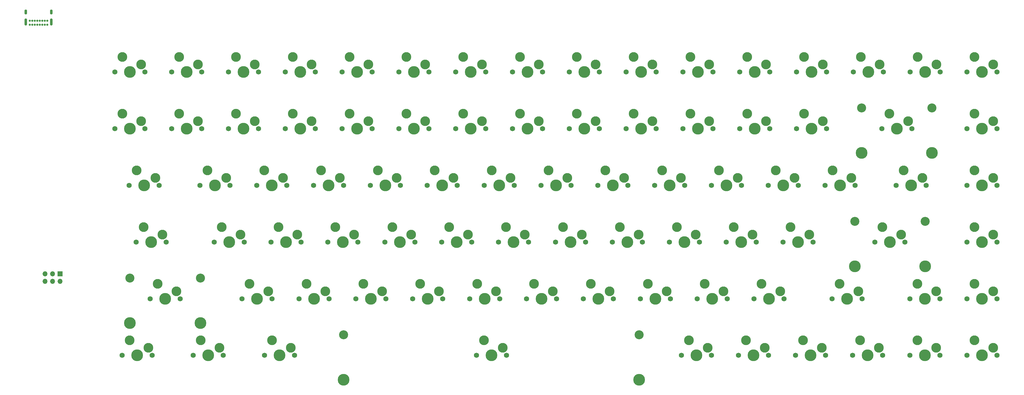
<source format=gbs>
G04 #@! TF.GenerationSoftware,KiCad,Pcbnew,7.0.5*
G04 #@! TF.CreationDate,2023-07-06T17:45:39-04:00*
G04 #@! TF.ProjectId,keyboard,6b657962-6f61-4726-942e-6b696361645f,rev?*
G04 #@! TF.SameCoordinates,Original*
G04 #@! TF.FileFunction,Soldermask,Bot*
G04 #@! TF.FilePolarity,Negative*
%FSLAX46Y46*%
G04 Gerber Fmt 4.6, Leading zero omitted, Abs format (unit mm)*
G04 Created by KiCad (PCBNEW 7.0.5) date 2023-07-06 17:45:39*
%MOMM*%
%LPD*%
G01*
G04 APERTURE LIST*
%ADD10C,1.750000*%
%ADD11C,3.987800*%
%ADD12C,3.300000*%
%ADD13C,3.048000*%
%ADD14C,0.700000*%
%ADD15O,0.900000X1.700000*%
%ADD16O,0.900000X2.400000*%
%ADD17R,1.700000X1.700000*%
%ADD18O,1.700000X1.700000*%
G04 APERTURE END LIST*
D10*
X186746230Y-257895000D03*
D11*
X191826230Y-257895000D03*
D10*
X196906230Y-257895000D03*
D12*
X195636230Y-255355000D03*
X189286230Y-252815000D03*
D10*
X162658036Y-257895000D03*
D11*
X167738036Y-257895000D03*
D10*
X172818036Y-257895000D03*
D12*
X171548036Y-255355000D03*
X165198036Y-252815000D03*
D10*
X210834424Y-257895000D03*
D11*
X215914424Y-257895000D03*
D10*
X220994424Y-257895000D03*
D12*
X219724424Y-255355000D03*
X213374424Y-252815000D03*
D10*
X165018036Y-200290000D03*
D11*
X170098036Y-200290000D03*
D10*
X175178036Y-200290000D03*
D12*
X173908036Y-197750000D03*
X167558036Y-195210000D03*
D10*
X402853036Y-238705000D03*
D11*
X407933036Y-238705000D03*
D10*
X413013036Y-238705000D03*
D12*
X411743036Y-236165000D03*
X405393036Y-233625000D03*
D10*
X424526068Y-200290000D03*
D11*
X429606068Y-200290000D03*
D10*
X434686068Y-200290000D03*
D12*
X433416068Y-197750000D03*
X427066068Y-195210000D03*
D10*
X167408036Y-219495000D03*
D11*
X172488036Y-219495000D03*
D10*
X177568036Y-219495000D03*
D12*
X176298036Y-216955000D03*
X169948036Y-214415000D03*
D11*
X237621368Y-266150000D03*
D13*
X337633868Y-250910000D03*
X237621368Y-250910000D03*
D11*
X337633868Y-266150000D03*
X189160536Y-246955000D03*
X165348036Y-246955000D03*
D13*
X165348036Y-231715000D03*
X189160536Y-231715000D03*
D11*
X434373036Y-227755000D03*
X410560536Y-227755000D03*
D13*
X410560536Y-212515000D03*
X434373036Y-212515000D03*
X436679286Y-174080000D03*
X412866786Y-174080000D03*
D11*
X436679286Y-189320000D03*
X412866786Y-189320000D03*
D10*
X203268036Y-238715000D03*
D11*
X208348036Y-238715000D03*
D10*
X213428036Y-238715000D03*
D12*
X212158036Y-236175000D03*
X205808036Y-233635000D03*
D10*
X285157320Y-200290000D03*
D11*
X290237320Y-200290000D03*
D10*
X295317320Y-200290000D03*
D12*
X294047320Y-197750000D03*
X287697320Y-195210000D03*
D10*
X222516161Y-238705000D03*
D11*
X227596161Y-238705000D03*
D10*
X232676161Y-238705000D03*
D12*
X231406161Y-236165000D03*
X225056161Y-233625000D03*
D10*
X208239464Y-200290000D03*
D11*
X213319464Y-200290000D03*
D10*
X218399464Y-200290000D03*
D12*
X217129464Y-197750000D03*
X210779464Y-195210000D03*
D10*
X261012411Y-238705000D03*
D11*
X266092411Y-238705000D03*
D10*
X271172411Y-238705000D03*
D12*
X269902411Y-236165000D03*
X263552411Y-233625000D03*
D10*
X429244911Y-238705000D03*
D11*
X434324911Y-238705000D03*
D10*
X439404911Y-238705000D03*
D12*
X438134911Y-236165000D03*
X431784911Y-233625000D03*
D10*
X304386784Y-200290000D03*
D11*
X309466784Y-200290000D03*
D10*
X314546784Y-200290000D03*
D12*
X313276784Y-197750000D03*
X306926784Y-195210000D03*
D10*
X160243036Y-181071250D03*
D11*
X165323036Y-181071250D03*
D10*
X170403036Y-181071250D03*
D12*
X169133036Y-178531250D03*
X162783036Y-175991250D03*
D10*
X265927856Y-200290000D03*
D11*
X271007856Y-200290000D03*
D10*
X276087856Y-200290000D03*
D12*
X274817856Y-197750000D03*
X268467856Y-195210000D03*
D10*
X282547618Y-257895000D03*
D11*
X287627618Y-257895000D03*
D10*
X292707618Y-257895000D03*
D12*
X291437618Y-255355000D03*
X285087618Y-252815000D03*
D10*
X429305536Y-161852500D03*
D11*
X434385536Y-161852500D03*
D10*
X439465536Y-161852500D03*
D12*
X438195536Y-159312500D03*
X431845536Y-156772500D03*
D10*
X213052922Y-219495000D03*
D11*
X218132922Y-219495000D03*
D10*
X223212922Y-219495000D03*
D12*
X221942922Y-216955000D03*
X215592922Y-214415000D03*
D10*
X400534104Y-200290000D03*
D11*
X405614104Y-200290000D03*
D10*
X410694104Y-200290000D03*
D12*
X409424104Y-197750000D03*
X403074104Y-195210000D03*
D10*
X390530950Y-257895000D03*
D11*
X395610950Y-257895000D03*
D10*
X400690950Y-257895000D03*
D12*
X399420950Y-255355000D03*
X393070950Y-252815000D03*
D10*
X351879562Y-257895000D03*
D11*
X356959562Y-257895000D03*
D10*
X362039562Y-257895000D03*
D12*
X360769562Y-255355000D03*
X354419562Y-252815000D03*
D10*
X246698392Y-200290000D03*
D11*
X251778392Y-200290000D03*
D10*
X256858392Y-200290000D03*
D12*
X255588392Y-197750000D03*
X249238392Y-195210000D03*
D10*
X386308036Y-219495000D03*
D11*
X391388036Y-219495000D03*
D10*
X396468036Y-219495000D03*
D12*
X395198036Y-216955000D03*
X388848036Y-214415000D03*
D10*
X376501161Y-238705000D03*
D11*
X381581161Y-238705000D03*
D10*
X386661161Y-238705000D03*
D12*
X385391161Y-236165000D03*
X379041161Y-233625000D03*
D10*
X189010000Y-200290000D03*
D11*
X194090000Y-200290000D03*
D10*
X199170000Y-200290000D03*
D12*
X197900000Y-197750000D03*
X191550000Y-195210000D03*
D10*
X410086786Y-161852500D03*
D11*
X415166786Y-161852500D03*
D10*
X420246786Y-161852500D03*
D12*
X418976786Y-159312500D03*
X412626786Y-156772500D03*
D10*
X390868036Y-181071250D03*
D11*
X395948036Y-181071250D03*
D10*
X401028036Y-181071250D03*
D12*
X399758036Y-178531250D03*
X393408036Y-175991250D03*
D10*
X448518036Y-200290000D03*
D11*
X453598036Y-200290000D03*
D10*
X458678036Y-200290000D03*
D12*
X457408036Y-197750000D03*
X451058036Y-195210000D03*
D10*
X448508036Y-219505000D03*
D11*
X453588036Y-219505000D03*
D10*
X458668036Y-219505000D03*
D12*
X457398036Y-216965000D03*
X451048036Y-214425000D03*
D10*
X362075176Y-200290000D03*
D11*
X367155176Y-200290000D03*
D10*
X372235176Y-200290000D03*
D12*
X370965176Y-197750000D03*
X364615176Y-195210000D03*
D10*
X342845712Y-200290000D03*
D11*
X347925712Y-200290000D03*
D10*
X353005712Y-200290000D03*
D12*
X351735712Y-197750000D03*
X345385712Y-195210000D03*
D10*
X299508661Y-238705000D03*
D11*
X304588661Y-238705000D03*
D10*
X309668661Y-238705000D03*
D12*
X308398661Y-236165000D03*
X302048661Y-233625000D03*
D10*
X371649286Y-181071250D03*
D11*
X376729286Y-181071250D03*
D10*
X381809286Y-181071250D03*
D12*
X380539286Y-178531250D03*
X374189286Y-175991250D03*
D10*
X318756786Y-238705000D03*
D11*
X323836786Y-238705000D03*
D10*
X328916786Y-238705000D03*
D12*
X327646786Y-236165000D03*
X321296786Y-233625000D03*
D10*
X338004911Y-238705000D03*
D11*
X343084911Y-238705000D03*
D10*
X348164911Y-238705000D03*
D12*
X346894911Y-236165000D03*
X340544911Y-233625000D03*
D10*
X172174286Y-238700000D03*
D11*
X177254286Y-238700000D03*
D10*
X182334286Y-238700000D03*
D12*
X181064286Y-236160000D03*
X174714286Y-233620000D03*
D10*
X409856644Y-257895000D03*
D11*
X414936644Y-257895000D03*
D10*
X420016644Y-257895000D03*
D12*
X418746644Y-255355000D03*
X412396644Y-252815000D03*
D10*
X381304640Y-200290000D03*
D11*
X386384640Y-200290000D03*
D10*
X391464640Y-200290000D03*
D12*
X390194640Y-197750000D03*
X383844640Y-195210000D03*
D10*
X328556330Y-219495000D03*
D11*
X333636330Y-219495000D03*
D10*
X338716330Y-219495000D03*
D12*
X337446330Y-216955000D03*
X331096330Y-214415000D03*
D10*
X309305762Y-219495000D03*
D11*
X314385762Y-219495000D03*
D10*
X319465762Y-219495000D03*
D12*
X318195762Y-216955000D03*
X311845762Y-214415000D03*
D10*
X323616248Y-200290000D03*
D11*
X328696248Y-200290000D03*
D10*
X333776248Y-200290000D03*
D12*
X332506248Y-197750000D03*
X326156248Y-195210000D03*
D10*
X448508036Y-181070000D03*
D11*
X453588036Y-181070000D03*
D10*
X458668036Y-181070000D03*
D12*
X457398036Y-178530000D03*
X451048036Y-175990000D03*
D10*
X290055194Y-219495000D03*
D11*
X295135194Y-219495000D03*
D10*
X300215194Y-219495000D03*
D12*
X298945194Y-216955000D03*
X292595194Y-214415000D03*
D10*
X357253036Y-238705000D03*
D11*
X362333036Y-238705000D03*
D10*
X367413036Y-238705000D03*
D12*
X366143036Y-236165000D03*
X359793036Y-233625000D03*
D10*
X270804626Y-219495000D03*
D11*
X275884626Y-219495000D03*
D10*
X280964626Y-219495000D03*
D12*
X279694626Y-216955000D03*
X273344626Y-214415000D03*
D10*
X371205256Y-257895000D03*
D11*
X376285256Y-257895000D03*
D10*
X381365256Y-257895000D03*
D12*
X380095256Y-255355000D03*
X373745256Y-252815000D03*
D10*
X390868036Y-161852500D03*
D11*
X395948036Y-161852500D03*
D10*
X401028036Y-161852500D03*
D12*
X399758036Y-159312500D03*
X393408036Y-156772500D03*
D10*
X371649286Y-161852500D03*
D11*
X376729286Y-161852500D03*
D10*
X381809286Y-161852500D03*
D12*
X380539286Y-159312500D03*
X374189286Y-156772500D03*
D10*
X352430536Y-161852500D03*
D11*
X357510536Y-161852500D03*
D10*
X362590536Y-161852500D03*
D12*
X361320536Y-159312500D03*
X354970536Y-156772500D03*
D10*
X333211786Y-161852500D03*
D11*
X338291786Y-161852500D03*
D10*
X343371786Y-161852500D03*
D12*
X342101786Y-159312500D03*
X335751786Y-156772500D03*
D10*
X313993036Y-161852500D03*
D11*
X319073036Y-161852500D03*
D10*
X324153036Y-161852500D03*
D12*
X322883036Y-159312500D03*
X316533036Y-156772500D03*
D10*
X294774286Y-161852500D03*
D11*
X299854286Y-161852500D03*
D10*
X304934286Y-161852500D03*
D12*
X303664286Y-159312500D03*
X297314286Y-156772500D03*
D10*
X275555536Y-161852500D03*
D11*
X280635536Y-161852500D03*
D10*
X285715536Y-161852500D03*
D12*
X284445536Y-159312500D03*
X278095536Y-156772500D03*
D10*
X256336786Y-161852500D03*
D11*
X261416786Y-161852500D03*
D10*
X266496786Y-161852500D03*
D12*
X265226786Y-159312500D03*
X258876786Y-156772500D03*
D10*
X237118036Y-161852500D03*
D11*
X242198036Y-161852500D03*
D10*
X247278036Y-161852500D03*
D12*
X246008036Y-159312500D03*
X239658036Y-156772500D03*
D10*
X217899286Y-161852500D03*
D11*
X222979286Y-161852500D03*
D10*
X228059286Y-161852500D03*
D12*
X226789286Y-159312500D03*
X220439286Y-156772500D03*
D10*
X198680536Y-161852500D03*
D11*
X203760536Y-161852500D03*
D10*
X208840536Y-161852500D03*
D12*
X207570536Y-159312500D03*
X201220536Y-156772500D03*
D10*
X179461786Y-161852500D03*
D11*
X184541786Y-161852500D03*
D10*
X189621786Y-161852500D03*
D12*
X188351786Y-159312500D03*
X182001786Y-156772500D03*
D10*
X251554058Y-219495000D03*
D11*
X256634058Y-219495000D03*
D10*
X261714058Y-219495000D03*
D12*
X260444058Y-216955000D03*
X254094058Y-214415000D03*
D10*
X160243036Y-161852500D03*
D11*
X165323036Y-161852500D03*
D10*
X170403036Y-161852500D03*
D12*
X169133036Y-159312500D03*
X162783036Y-156772500D03*
D10*
X417386786Y-219500000D03*
D11*
X422466786Y-219500000D03*
D10*
X427546786Y-219500000D03*
D12*
X426276786Y-216960000D03*
X419926786Y-214420000D03*
D10*
X448493036Y-238705000D03*
D11*
X453573036Y-238705000D03*
D10*
X458653036Y-238705000D03*
D12*
X457383036Y-236165000D03*
X451033036Y-233625000D03*
D10*
X227468928Y-200290000D03*
D11*
X232548928Y-200290000D03*
D10*
X237628928Y-200290000D03*
D12*
X236358928Y-197750000D03*
X230008928Y-195210000D03*
D10*
X448524286Y-161852500D03*
D11*
X453604286Y-161852500D03*
D10*
X458684286Y-161852500D03*
D12*
X457414286Y-159312500D03*
X451064286Y-156772500D03*
D10*
X232303490Y-219495000D03*
D11*
X237383490Y-219495000D03*
D10*
X242463490Y-219495000D03*
D12*
X241193490Y-216955000D03*
X234843490Y-214415000D03*
D10*
X367057466Y-219495000D03*
D11*
X372137466Y-219495000D03*
D10*
X377217466Y-219495000D03*
D12*
X375947466Y-216955000D03*
X369597466Y-214415000D03*
D10*
X241764286Y-238705000D03*
D11*
X246844286Y-238705000D03*
D10*
X251924286Y-238705000D03*
D12*
X250654286Y-236165000D03*
X244304286Y-233625000D03*
D10*
X419693036Y-181065000D03*
D11*
X424773036Y-181065000D03*
D10*
X429853036Y-181065000D03*
D12*
X428583036Y-178525000D03*
X422233036Y-175985000D03*
D10*
X280260536Y-238705000D03*
D11*
X285340536Y-238705000D03*
D10*
X290420536Y-238705000D03*
D12*
X289150536Y-236165000D03*
X282800536Y-233625000D03*
D10*
X193802354Y-219495000D03*
D11*
X198882354Y-219495000D03*
D10*
X203962354Y-219495000D03*
D12*
X202692354Y-216955000D03*
X196342354Y-214415000D03*
D10*
X333211786Y-181071250D03*
D11*
X338291786Y-181071250D03*
D10*
X343371786Y-181071250D03*
D12*
X342101786Y-178531250D03*
X335751786Y-175991250D03*
D10*
X313993036Y-181071250D03*
D11*
X319073036Y-181071250D03*
D10*
X324153036Y-181071250D03*
D12*
X322883036Y-178531250D03*
X316533036Y-175991250D03*
D10*
X294774286Y-181071250D03*
D11*
X299854286Y-181071250D03*
D10*
X304934286Y-181071250D03*
D12*
X303664286Y-178531250D03*
X297314286Y-175991250D03*
D10*
X275555536Y-181071250D03*
D11*
X280635536Y-181071250D03*
D10*
X285715536Y-181071250D03*
D12*
X284445536Y-178531250D03*
X278095536Y-175991250D03*
D10*
X256336786Y-181071250D03*
D11*
X261416786Y-181071250D03*
D10*
X266496786Y-181071250D03*
D12*
X265226786Y-178531250D03*
X258876786Y-175991250D03*
D10*
X237118036Y-181071250D03*
D11*
X242198036Y-181071250D03*
D10*
X247278036Y-181071250D03*
D12*
X246008036Y-178531250D03*
X239658036Y-175991250D03*
D10*
X217899286Y-181071250D03*
D11*
X222979286Y-181071250D03*
D10*
X228059286Y-181071250D03*
D12*
X226789286Y-178531250D03*
X220439286Y-175991250D03*
D10*
X198680536Y-181071250D03*
D11*
X203760536Y-181071250D03*
D10*
X208840536Y-181071250D03*
D12*
X207570536Y-178531250D03*
X201220536Y-175991250D03*
D10*
X179461786Y-181071250D03*
D11*
X184541786Y-181071250D03*
D10*
X189621786Y-181071250D03*
D12*
X188351786Y-178531250D03*
X182001786Y-175991250D03*
D10*
X352430536Y-181071250D03*
D11*
X357510536Y-181071250D03*
D10*
X362590536Y-181071250D03*
D12*
X361320536Y-178531250D03*
X354970536Y-175991250D03*
D10*
X347806898Y-219495000D03*
D11*
X352886898Y-219495000D03*
D10*
X357966898Y-219495000D03*
D12*
X356696898Y-216955000D03*
X350346898Y-214415000D03*
D10*
X429182338Y-257895000D03*
D11*
X434262338Y-257895000D03*
D10*
X439342338Y-257895000D03*
D12*
X438072338Y-255355000D03*
X431722338Y-252815000D03*
D10*
X448508036Y-257895000D03*
D11*
X453588036Y-257895000D03*
D10*
X458668036Y-257895000D03*
D12*
X457398036Y-255355000D03*
X451048036Y-252815000D03*
D14*
X137364286Y-145862500D03*
X136514286Y-145862500D03*
X135664286Y-145862500D03*
X134814286Y-145862500D03*
X133964286Y-145862500D03*
X133114286Y-145862500D03*
X132264286Y-145862500D03*
X131414286Y-145862500D03*
X131414286Y-144512500D03*
X132264286Y-144512500D03*
X133114286Y-144512500D03*
X133964286Y-144512500D03*
X134814286Y-144512500D03*
X135664286Y-144512500D03*
X136514286Y-144512500D03*
X137364286Y-144512500D03*
D15*
X130064286Y-141502500D03*
X138714286Y-141502500D03*
D16*
X130064286Y-144882500D03*
X138714286Y-144882500D03*
D17*
X141652856Y-230265000D03*
D18*
X141652856Y-232805000D03*
X139112856Y-230265000D03*
X139112856Y-232805000D03*
X136572856Y-230265000D03*
X136572856Y-232805000D03*
M02*

</source>
